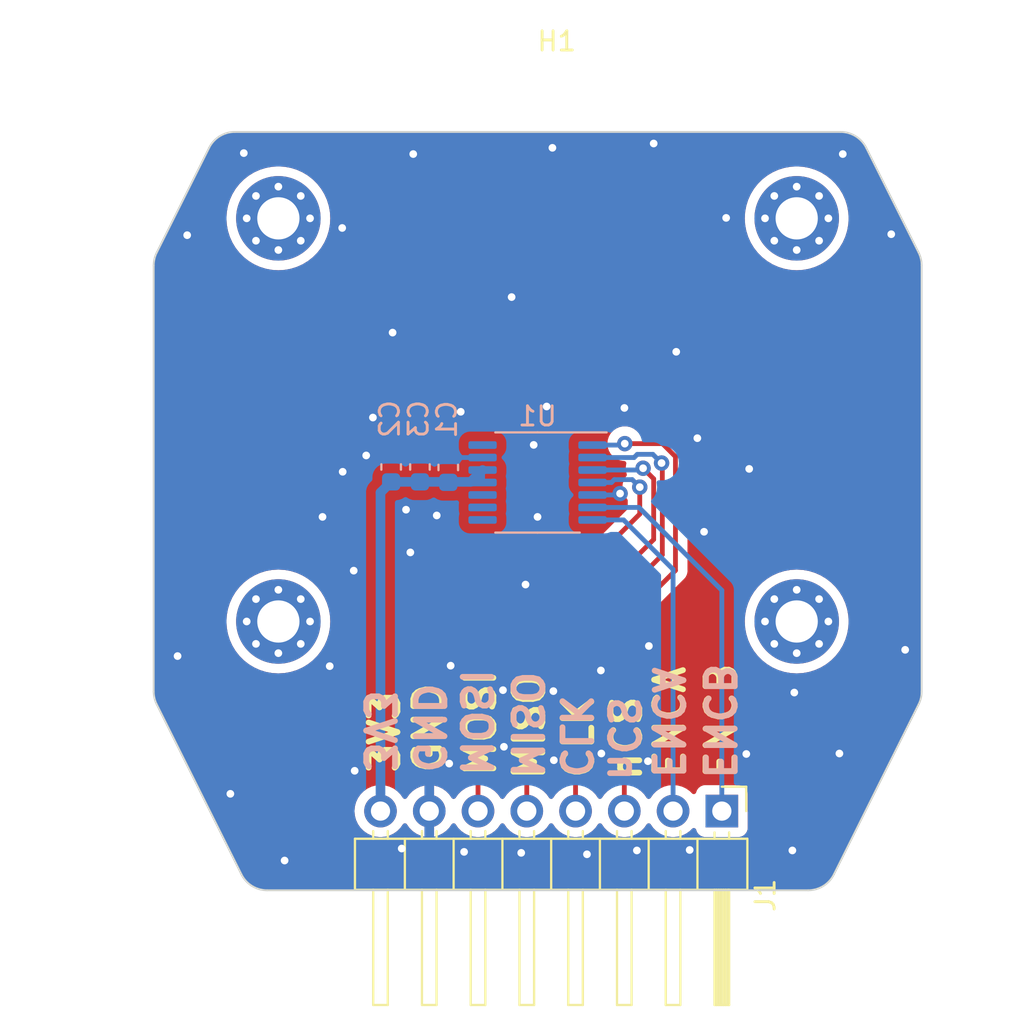
<source format=kicad_pcb>
(kicad_pcb (version 20221018) (generator pcbnew)
  (layers (0 "F.Cu" signal) (31 "B.Cu" signal) (34 "B.Paste" user) (35 "F.Paste" user) (36 "B.SilkS" user "B.Silkscreen") (37 "F.SilkS" user "F.Silkscreen") (38 "B.Mask" user) (39 "F.Mask" user) (44 "Edge.Cuts" user))
  (net 0 "")
  (net 1 "+3V3")
  (net 2 "GND")
  (net 3 "/CHASSIS")
  (net 4 "/ENCA")
  (net 5 "/ENCB")
  (net 10 "/MOSI")
  (net 11 "/MISO")
  (net 12 "/CLK")
  (net 13 "/nCS")
  (footprint "rev-7-footprints:board-def-rev7.2" (layer "F.Cu") (at 100 100)
    (fp_text reference "H1" (at 1 -19.5 unlocked) (layer "F.SilkS"))
    (fp_text value "MountingHole_Pad")
    (fp_line (start -19.992635 14.384011) (end -19.992633 -7.822813) (stroke (width 0.1)) (layer "Edge.Cuts"))
    (fp_line (start -19.835295 15.03887) (end -15.424491 23.891977) (stroke (width 0.1)) (layer "Edge.Cuts"))
    (fp_line (start -19.834268 -8.493638) (end -17.107215 -13.947739) (stroke (width 0.1)) (layer "Edge.Cuts"))
    (fp_line (start 14.096624 24.723071) (end -14.081896 24.723068) (stroke (width 0.1)) (layer "Edge.Cuts"))
    (fp_line (start 15.780323 -14.776917) (end -15.765575 -14.776917) (stroke (width 0.1)) (layer "Edge.Cuts"))
    (fp_line (start 19.849001 -8.493635) (end 17.121949 -13.947736) (stroke (width 0.1)) (layer "Edge.Cuts"))
    (fp_line (start 19.850025 15.038873) (end 15.439218 23.89198) (stroke (width 0.1)) (layer "Edge.Cuts"))
    (fp_line (start 20.007364 14.384014) (end 20.007366 -7.822779) (stroke (width 0.1)) (layer "Edge.Cuts"))
    (fp_arc (start -19.992633 -7.822813) (mid -19.952509 -8.167446) (end -19.834268 -8.493638) (stroke (width 0.1)) (layer "Edge.Cuts"))
    (fp_arc (start -19.835295 15.03887) (mid -19.951189 14.720384) (end -19.992635 14.384011) (stroke (width 0.1)) (layer "Edge.Cuts"))
    (fp_arc (start -17.107215 -13.947739) (mid -16.554183 -14.552913) (end -15.765575 -14.776917) (stroke (width 0.1)) (layer "Edge.Cuts"))
    (fp_arc (start -14.081896 24.723068) (mid -14.871403 24.498486) (end -15.424491 23.891977) (stroke (width 0.1)) (layer "Edge.Cuts"))
    (fp_arc (start 15.439218 23.89198) (mid 14.886125 24.498478) (end 14.096624 24.723071) (stroke (width 0.1)) (layer "Edge.Cuts"))
    (fp_arc (start 15.780309 -14.776914) (mid 16.568918 -14.552897) (end 17.121949 -13.947736) (stroke (width 0.1)) (layer "Edge.Cuts"))
    (fp_arc (start 19.849001 -8.493635) (mid 19.967236 -8.167426) (end 20.007366 -7.822779) (stroke (width 0.1)) (layer "Edge.Cuts"))
    (fp_arc (start 20.007364 14.384014) (mid 19.965932 14.720391) (end 19.850025 15.038873) (stroke (width 0.1)) (layer "Edge.Cuts"))
    (pad "1" thru_hole circle (at -15.15 -10.276921) (size 0.7 0.7) (drill 0.4) (layers "*.Cu" "*.Mask") (net 3 "/CHASSIS"))
    (pad "1" thru_hole circle (at -15.15 10.723079) (size 0.7 0.7) (drill 0.4) (layers "*.Cu" "*.Mask") (net 3 "/CHASSIS"))
    (pad "1" thru_hole circle (at -14.666726 -11.443647) (size 0.7 0.7) (drill 0.4) (layers "*.Cu" "*.Mask") (net 3 "/CHASSIS"))
    (pad "1" thru_hole circle (at -14.666726 -9.110195) (size 0.7 0.7) (drill 0.4) (layers "*.Cu" "*.Mask") (net 3 "/CHASSIS"))
    (pad "1" thru_hole circle (at -14.666726 9.556353) (size 0.7 0.7) (drill 0.4) (layers "*.Cu" "*.Mask") (net 3 "/CHASSIS"))
    (pad "1" thru_hole circle (at -14.666726 11.889805) (size 0.7 0.7) (drill 0.4) (layers "*.Cu" "*.Mask") (net 3 "/CHASSIS"))
    (pad "1" thru_hole circle (at -13.5 -11.926921) (size 0.7 0.7) (drill 0.4) (layers "*.Cu" "*.Mask") (net 3 "/CHASSIS"))
    (pad "1" thru_hole circle (at -13.5 -10.276921) (size 4.4 4.4) (drill 2.2) (layers "*.Cu" "*.Mask") (net 3 "/CHASSIS"))
    (pad "1" thru_hole circle (at -13.5 -8.626921) (size 0.7 0.7) (drill 0.4) (layers "*.Cu" "*.Mask") (net 3 "/CHASSIS"))
    (pad "1" thru_hole circle (at -13.5 9.073079) (size 0.7 0.7) (drill 0.4) (layers "*.Cu" "*.Mask") (net 3 "/CHASSIS"))
    (pad "1" thru_hole circle (at -13.5 10.723079) (size 4.4 4.4) (drill 2.2) (layers "*.Cu" "*.Mask") (net 3 "/CHASSIS"))
    (pad "1" thru_hole circle (at -13.5 12.373079) (size 0.7 0.7) (drill 0.4) (layers "*.Cu" "*.Mask") (net 3 "/CHASSIS"))
    (pad "1" thru_hole circle (at -12.333274 -11.443647) (size 0.7 0.7) (drill 0.4) (layers "*.Cu" "*.Mask") (net 3 "/CHASSIS"))
    (pad "1" thru_hole circle (at -12.333274 -9.110195) (size 0.7 0.7) (drill 0.4) (layers "*.Cu" "*.Mask") (net 3 "/CHASSIS"))
    (pad "1" thru_hole circle (at -12.333274 9.556353) (size 0.7 0.7) (drill 0.4) (layers "*.Cu" "*.Mask") (net 3 "/CHASSIS"))
    (pad "1" thru_hole circle (at -12.333274 11.889805) (size 0.7 0.7) (drill 0.4) (layers "*.Cu" "*.Mask") (net 3 "/CHASSIS"))
    (pad "1" thru_hole circle (at -11.85 -10.276921) (size 0.7 0.7) (drill 0.4) (layers "*.Cu" "*.Mask") (net 3 "/CHASSIS"))
    (pad "1" thru_hole circle (at -11.85 10.723079) (size 0.7 0.7) (drill 0.4) (layers "*.Cu" "*.Mask") (net 3 "/CHASSIS"))
    (pad "1" thru_hole circle (at 11.85 -10.276921) (size 0.7 0.7) (drill 0.4) (layers "*.Cu" "*.Mask") (net 3 "/CHASSIS"))
    (pad "1" thru_hole circle (at 11.85 10.723079) (size 0.7 0.7) (drill 0.4) (layers "*.Cu" "*.Mask") (net 3 "/CHASSIS"))
    (pad "1" thru_hole circle (at 12.333274 -11.443647) (size 0.7 0.7) (drill 0.4) (layers "*.Cu" "*.Mask") (net 3 "/CHASSIS"))
    (pad "1" thru_hole circle (at 12.333274 -9.110195) (size 0.7 0.7) (drill 0.4) (layers "*.Cu" "*.Mask") (net 3 "/CHASSIS"))
    (pad "1" thru_hole circle (at 12.333274 9.556353) (size 0.7 0.7) (drill 0.4) (layers "*.Cu" "*.Mask") (net 3 "/CHASSIS"))
    (pad "1" thru_hole circle (at 12.333274 11.889805) (size 0.7 0.7) (drill 0.4) (layers "*.Cu" "*.Mask") (net 3 "/CHASSIS"))
    (pad "1" thru_hole circle (at 13.5 -11.926921) (size 0.7 0.7) (drill 0.4) (layers "*.Cu" "*.Mask") (net 3 "/CHASSIS"))
    (pad "1" thru_hole circle (at 13.5 -10.276921) (size 4.4 4.4) (drill 2.2) (layers "*.Cu" "*.Mask") (net 3 "/CHASSIS"))
    (pad "1" thru_hole circle (at 13.5 -8.626921) (size 0.7 0.7) (drill 0.4) (layers "*.Cu" "*.Mask") (net 3 "/CHASSIS"))
    (pad "1" thru_hole circle (at 13.5 9.073079) (size 0.7 0.7) (drill 0.4) (layers "*.Cu" "*.Mask") (net 3 "/CHASSIS"))
    (pad "1" thru_hole circle (at 13.5 10.723079) (size 4.4 4.4) (drill 2.2) (layers "*.Cu" "*.Mask") (net 3 "/CHASSIS"))
    (pad "1" thru_hole circle (at 13.5 12.373079) (size 0.7 0.7) (drill 0.4) (layers "*.Cu" "*.Mask") (net 3 "/CHASSIS"))
    (pad "1" thru_hole circle (at 14.666726 -11.443647) (size 0.7 0.7) (drill 0.4) (layers "*.Cu" "*.Mask") (net 3 "/CHASSIS"))
    (pad "1" thru_hole circle (at 14.666726 -9.110195) (size 0.7 0.7) (drill 0.4) (layers "*.Cu" "*.Mask") (net 3 "/CHASSIS"))
    (pad "1" thru_hole circle (at 14.666726 9.556353) (size 0.7 0.7) (drill 0.4) (layers "*.Cu" "*.Mask") (net 3 "/CHASSIS"))
    (pad "1" thru_hole circle (at 14.666726 11.889805) (size 0.7 0.7) (drill 0.4) (layers "*.Cu" "*.Mask") (net 3 "/CHASSIS"))
    (pad "1" thru_hole circle (at 15.15 -10.276921) (size 0.7 0.7) (drill 0.4) (layers "*.Cu" "*.Mask") (net 3 "/CHASSIS"))
    (pad "1" thru_hole circle (at 15.15 10.723079) (size 0.7 0.7) (drill 0.4) (layers "*.Cu" "*.Mask") (net 3 "/CHASSIS"))
  )
  (footprint "Connector_PinHeader_2.54mm:PinHeader_1x08_P2.54mm_Horizontal" (layer "F.Cu") (at 109.6 120.6 -90)
    (fp_text reference "J1" (at 4.385 -2.27 90) (layer "F.SilkS"))
    (fp_text value "Conn_01x08")
    (fp_line (start -1.27 -1.27) (end 0 -1.27) (stroke (width 0.12)) (layer "F.SilkS"))
    (fp_line (start -1.27 0) (end -1.27 -1.27) (stroke (width 0.12)) (layer "F.SilkS"))
    (fp_line (start 1.042929 2.16) (end 1.44 2.16) (stroke (width 0.12)) (layer "F.SilkS"))
    (fp_line (start 1.042929 2.92) (end 1.44 2.92) (stroke (width 0.12)) (layer "F.SilkS"))
    (fp_line (start 1.042929 4.7) (end 1.44 4.7) (stroke (width 0.12)) (layer "F.SilkS"))
    (fp_line (start 1.042929 5.46) (end 1.44 5.46) (stroke (width 0.12)) (layer "F.SilkS"))
    (fp_line (start 1.042929 7.24) (end 1.44 7.24) (stroke (width 0.12)) (layer "F.SilkS"))
    (fp_line (start 1.042929 8) (end 1.44 8) (stroke (width 0.12)) (layer "F.SilkS"))
    (fp_line (start 1.042929 9.78) (end 1.44 9.78) (stroke (width 0.12)) (layer "F.SilkS"))
    (fp_line (start 1.042929 10.54) (end 1.44 10.54) (stroke (width 0.12)) (layer "F.SilkS"))
    (fp_line (start 1.042929 12.32) (end 1.44 12.32) (stroke (width 0.12)) (layer "F.SilkS"))
    (fp_line (start 1.042929 13.08) (end 1.44 13.08) (stroke (width 0.12)) (layer "F.SilkS"))
    (fp_line (start 1.042929 14.86) (end 1.44 14.86) (stroke (width 0.12)) (layer "F.SilkS"))
    (fp_line (start 1.042929 15.62) (end 1.44 15.62) (stroke (width 0.12)) (layer "F.SilkS"))
    (fp_line (start 1.042929 17.4) (end 1.44 17.4) (stroke (width 0.12)) (layer "F.SilkS"))
    (fp_line (start 1.042929 18.16) (end 1.44 18.16) (stroke (width 0.12)) (layer "F.SilkS"))
    (fp_line (start 1.11 -0.38) (end 1.44 -0.38) (stroke (width 0.12)) (layer "F.SilkS"))
    (fp_line (start 1.11 0.38) (end 1.44 0.38) (stroke (width 0.12)) (layer "F.SilkS"))
    (fp_line (start 1.44 -1.33) (end 1.44 19.11) (stroke (width 0.12)) (layer "F.SilkS"))
    (fp_line (start 1.44 1.27) (end 4.1 1.27) (stroke (width 0.12)) (layer "F.SilkS"))
    (fp_line (start 1.44 3.81) (end 4.1 3.81) (stroke (width 0.12)) (layer "F.SilkS"))
    (fp_line (start 1.44 6.35) (end 4.1 6.35) (stroke (width 0.12)) (layer "F.SilkS"))
    (fp_line (start 1.44 8.89) (end 4.1 8.89) (stroke (width 0.12)) (layer "F.SilkS"))
    (fp_line (start 1.44 11.43) (end 4.1 11.43) (stroke (width 0.12)) (layer "F.SilkS"))
    (fp_line (start 1.44 13.97) (end 4.1 13.97) (stroke (width 0.12)) (layer "F.SilkS"))
    (fp_line (start 1.44 16.51) (end 4.1 16.51) (stroke (width 0.12)) (layer "F.SilkS"))
    (fp_line (start 1.44 19.11) (end 4.1 19.11) (stroke (width 0.12)) (layer "F.SilkS"))
    (fp_line (start 4.1 -1.33) (end 1.44 -1.33) (stroke (width 0.12)) (layer "F.SilkS"))
    (fp_line (start 4.1 -0.38) (end 10.1 -0.38) (stroke (width 0.12)) (layer "F.SilkS"))
    (fp_line (start 4.1 -0.32) (end 10.1 -0.32) (stroke (width 0.12)) (layer "F.SilkS"))
    (fp_line (start 4.1 -0.2) (end 10.1 -0.2) (stroke (width 0.12)) (layer "F.SilkS"))
    (fp_line (start 4.1 -0.08) (end 10.1 -0.08) (stroke (width 0.12)) (layer "F.SilkS"))
    (fp_line (start 4.1 0.04) (end 10.1 0.04) (stroke (width 0.12)) (layer "F.SilkS"))
    (fp_line (start 4.1 0.16) (end 10.1 0.16) (stroke (width 0.12)) (layer "F.SilkS"))
    (fp_line (start 4.1 0.28) (end 10.1 0.28) (stroke (width 0.12)) (layer "F.SilkS"))
    (fp_line (start 4.1 2.16) (end 10.1 2.16) (stroke (width 0.12)) (layer "F.SilkS"))
    (fp_line (start 4.1 4.7) (end 10.1 4.7) (stroke (width 0.12)) (layer "F.SilkS"))
    (fp_line (start 4.1 7.24) (end 10.1 7.24) (stroke (width 0.12)) (layer "F.SilkS"))
    (fp_line (start 4.1 9.78) (end 10.1 9.78) (stroke (width 0.12)) (layer "F.SilkS"))
    (fp_line (start 4.1 12.32) (end 10.1 12.32) (stroke (width 0.12)) (layer "F.SilkS"))
    (fp_line (start 4.1 14.86) (end 10.1 14.86) (stroke (width 0.12)) (layer "F.SilkS"))
    (fp_line (start 4.1 17.4) (end 10.1 17.4) (stroke (width 0.12)) (layer "F.SilkS"))
    (fp_line (start 4.1 19.11) (end 4.1 -1.33) (stroke (width 0.12)) (layer "F.SilkS"))
    (fp_line (start 10.1 -0.38) (end 10.1 0.38) (stroke (width 0.12)) (layer "F.SilkS"))
    (fp_line (start 10.1 0.38) (end 4.1 0.38) (stroke (width 0.12)) (layer "F.SilkS"))
    (fp_line (start 10.1 2.16) (end 10.1 2.92) (stroke (width 0.12)) (layer "F.SilkS"))
    (fp_line (start 10.1 2.92) (end 4.1 2.92) (stroke (width 0.12)) (layer "F.SilkS"))
    (fp_line (start 10.1 4.7) (end 10.1 5.46) (stroke (width 0.12)) (layer "F.SilkS"))
    (fp_line (start 10.1 5.46) (end 4.1 5.46) (stroke (width 0.12)) (layer "F.SilkS"))
    (fp_line (start 10.1 7.24) (end 10.1 8) (stroke (width 0.12)) (layer "F.SilkS"))
    (fp_line (start 10.1 8) (end 4.1 8) (stroke (width 0.12)) (layer "F.SilkS"))
    (fp_line (start 10.1 9.78) (end 10.1 10.54) (stroke (width 0.12)) (layer "F.SilkS"))
    (fp_line (start 10.1 10.54) (end 4.1 10.54) (stroke (width 0.12)) (layer "F.SilkS"))
    (fp_line (start 10.1 12.32) (end 10.1 13.08) (stroke (width 0.12)) (layer "F.SilkS"))
    (fp_line (start 10.1 13.08) (end 4.1 13.08) (stroke (width 0.12)) (layer "F.SilkS"))
    (fp_line (start 10.1 14.86) (end 10.1 15.62) (stroke (width 0.12)) (layer "F.SilkS"))
    (fp_line (start 10.1 15.62) (end 4.1 15.62) (stroke (width 0.12)) (layer "F.SilkS"))
    (fp_line (start 10.1 17.4) (end 10.1 18.16) (stroke (width 0.12)) (layer "F.SilkS"))
    (fp_line (start 10.1 18.16) (end 4.1 18.16) (stroke (width 0.12)) (layer "F.SilkS"))
    (pad "1" thru_hole rect (at 0 0 270) (size 1.7 1.7) (drill 1) (layers "*.Cu" "*.Mask") (net 5 "/ENCB"))
    (pad "2" thru_hole oval (at 0 2.54 270) (size 1.7 1.7) (drill 1) (layers "*.Cu" "*.Mask") (net 4 "/ENCA"))
    (pad "3" thru_hole oval (at 0 5.08 270) (size 1.7 1.7) (drill 1) (layers "*.Cu" "*.Mask") (net 13 "/nCS"))
    (pad "4" thru_hole oval (at 0 7.62 270) (size 1.7 1.7) (drill 1) (layers "*.Cu" "*.Mask") (net 12 "/CLK"))
    (pad "5" thru_hole oval (at 0 10.16 270) (size 1.7 1.7) (drill 1) (layers "*.Cu" "*.Mask") (net 11 "/MISO"))
    (pad "6" thru_hole oval (at 0 12.7 270) (size 1.7 1.7) (drill 1) (layers "*.Cu" "*.Mask") (net 10 "/MOSI"))
    (pad "7" thru_hole oval (at 0 15.24 270) (size 1.7 1.7) (drill 1) (layers "*.Cu" "*.Mask") (net 2 "GND"))
    (pad "8" thru_hole oval (at 0 17.78 270) (size 1.7 1.7) (drill 1) (layers "*.Cu" "*.Mask") (net 1 "+3V3"))
  )
  (footprint "Capacitor_SMD:C_0603_1608Metric" (layer "B.Cu") (at 92.375 102.675 90)
    (fp_text reference "C2" (at 2.5 -0.075 90) (layer "B.SilkS") (effects (justify mirror)))
    (fp_text value "4.7u")
    (fp_line (start -0.14058 -0.51) (end 0.14058 -0.51) (stroke (width 0.12)) (layer "B.SilkS"))
    (fp_line (start -0.14058 0.51) (end 0.14058 0.51) (stroke (width 0.12)) (layer "B.SilkS"))
    (pad "1" smd roundrect (at -0.775 0 90) (size 0.9 0.95) (layers "B.Cu" "B.Paste" "B.Mask") (net 1 "+3V3"))
    (pad "2" smd roundrect (at 0.775 0 90) (size 0.9 0.95) (layers "B.Cu" "B.Paste" "B.Mask") (net 2 "GND"))
  )
  (footprint "Capacitor_SMD:C_0603_1608Metric" (layer "B.Cu") (at 95.35 102.7 90)
    (fp_text reference "C1" (at 2.5 -0.075 90) (layer "B.SilkS") (effects (justify mirror)))
    (fp_text value "100n")
    (fp_line (start -0.14058 -0.51) (end 0.14058 -0.51) (stroke (width 0.12)) (layer "B.SilkS"))
    (fp_line (start -0.14058 0.51) (end 0.14058 0.51) (stroke (width 0.12)) (layer "B.SilkS"))
    (pad "1" smd roundrect (at -0.775 0 90) (size 0.9 0.95) (layers "B.Cu" "B.Paste" "B.Mask") (net 1 "+3V3"))
    (pad "2" smd roundrect (at 0.775 0 90) (size 0.9 0.95) (layers "B.Cu" "B.Paste" "B.Mask") (net 2 "GND"))
  )
  (footprint "Package_SO:TSSOP-14_4.4x5mm_P0.65mm" (layer "B.Cu") (at 100 103.483 180)
    (fp_text reference "U1" (at 0 3.45) (layer "B.SilkS") (effects (justify mirror)))
    (fp_text value "AS5047P")
    (fp_line (start 0 -2.61) (end -2.2 -2.61) (stroke (width 0.12)) (layer "B.SilkS"))
    (fp_line (start 0 -2.61) (end 2.2 -2.61) (stroke (width 0.12)) (layer "B.SilkS"))
    (fp_line (start 0 2.61) (end -3.6 2.61) (stroke (width 0.12)) (layer "B.SilkS"))
    (fp_line (start 0 2.61) (end 2.2 2.61) (stroke (width 0.12)) (layer "B.SilkS"))
    (pad "1" smd roundrect (at -2.8625 1.95 180) (size 1.475 0.4) (layers "B.Cu" "B.Paste" "B.Mask") (net 13 "/nCS"))
    (pad "2" smd roundrect (at -2.8625 1.3 180) (size 1.475 0.4) (layers "B.Cu" "B.Paste" "B.Mask") (net 12 "/CLK"))
    (pad "3" smd roundrect (at -2.8625 0.65 180) (size 1.475 0.4) (layers "B.Cu" "B.Paste" "B.Mask") (net 11 "/MISO"))
    (pad "4" smd roundrect (at -2.8625 0 180) (size 1.475 0.4) (layers "B.Cu" "B.Paste" "B.Mask") (net 10 "/MOSI"))
    (pad "5" smd roundrect (at -2.8625 -0.65 180) (size 1.475 0.4) (layers "B.Cu" "B.Paste" "B.Mask") (net 2 "GND"))
    (pad "6" smd roundrect (at -2.8625 -1.3 180) (size 1.475 0.4) (layers "B.Cu" "B.Paste" "B.Mask") (net 5 "/ENCB"))
    (pad "7" smd roundrect (at -2.8625 -1.95 180) (size 1.475 0.4) (layers "B.Cu" "B.Paste" "B.Mask") (net 4 "/ENCA"))
    (pad "8" smd roundrect (at 2.8625 -1.95 180) (size 1.475 0.4) (layers "B.Cu" "B.Paste" "B.Mask"))
    (pad "9" smd roundrect (at 2.8625 -1.3 180) (size 1.475 0.4) (layers "B.Cu" "B.Paste" "B.Mask"))
    (pad "10" smd roundrect (at 2.8625 -0.65 180) (size 1.475 0.4) (layers "B.Cu" "B.Paste" "B.Mask"))
    (pad "11" smd roundrect (at 2.8625 0 180) (size 1.475 0.4) (layers "B.Cu" "B.Paste" "B.Mask") (net 1 "+3V3"))
    (pad "12" smd roundrect (at 2.8625 0.65 180) (size 1.475 0.4) (layers "B.Cu" "B.Paste" "B.Mask") (net 1 "+3V3"))
    (pad "13" smd roundrect (at 2.8625 1.3 180) (size 1.475 0.4) (layers "B.Cu" "B.Paste" "B.Mask") (net 2 "GND"))
    (pad "14" smd roundrect (at 2.8625 1.95 180) (size 1.475 0.4) (layers "B.Cu" "B.Paste" "B.Mask"))
  )
  (footprint "Capacitor_SMD:C_0603_1608Metric" (layer "B.Cu") (at 93.875 102.675 90)
    (fp_text reference "C3" (at 2.5 -0.075 90) (layer "B.SilkS") (effects (justify mirror)))
    (fp_text value "100n")
    (fp_line (start -0.14058 -0.51) (end 0.14058 -0.51) (stroke (width 0.12)) (layer "B.SilkS"))
    (fp_line (start -0.14058 0.51) (end 0.14058 0.51) (stroke (width 0.12)) (layer "B.SilkS"))
    (pad "1" smd roundrect (at -0.775 0 90) (size 0.9 0.95) (layers "B.Cu" "B.Paste" "B.Mask") (net 1 "+3V3"))
    (pad "2" smd roundrect (at 0.775 0 90) (size 0.9 0.95) (layers "B.Cu" "B.Paste" "B.Mask") (net 2 "GND"))
  )
  (gr_text "CLK" (at 101.1 119 -90) (layer "B.SilkS") (effects (font (size 1.5 1.5) (thickness 0.3) bold) (justify left bottom mirror)))
  (gr_text "MISO" (at 98.55 119 -90) (layer "B.SilkS") (effects (font (size 1.5 1.5) (thickness 0.3) bold) (justify left bottom mirror)))
  (gr_text "nCS" (at 103.575 119.175 -90) (layer "B.SilkS") (effects (font (size 1.5 1.5) (thickness 0.3) bold) (justify left bottom mirror)))
  (gr_text "MOSI" (at 95.9 118.875 -90) (layer "B.SilkS") (effects (font (size 1.5 1.5) (thickness 0.3) bold) (justify left bottom mirror)))
  (gr_text "ENCB" (at 108.575 119.075 -90) (layer "B.SilkS") (effects (font (size 1.5 1.5) (thickness 0.3) bold) (justify left bottom mirror)))
  (gr_text "ENCA" (at 105.9 119.05 -90) (layer "B.SilkS") (effects (font (size 1.5 1.5) (thickness 0.3) bold) (justify left bottom mirror)))
  (gr_text "3V3" (at 90.875 118.675 -90) (layer "B.SilkS") (effects (font (size 1.5 1.5) (thickness 0.3) bold) (justify left bottom mirror)))
  (gr_text "GND" (at 93.45 118.75 -90) (layer "B.SilkS") (effects (font (size 1.5 1.5) (thickness 0.3) bold) (justify left bottom mirror)))
  (gr_text "3V3" (at 92.9 118.75 90) (layer "F.SilkS") (effects (font (size 1.5 1.5) (thickness 0.3) bold) (justify left bottom)))
  (gr_text "MOSI" (at 97.9 118.925 90) (layer "F.SilkS") (effects (font (size 1.5 1.5) (thickness 0.3) bold) (justify left bottom)))
  (gr_text "CLK" (at 103 119.025 90) (layer "F.SilkS") (effects (font (size 1.5 1.5) (thickness 0.3) bold) (justify left bottom)))
  (gr_text "GND" (at 95.225 118.75 90) (layer "F.SilkS") (effects (font (size 1.5 1.5) (thickness 0.3) bold) (justify left bottom)))
  (gr_text "ENCA" (at 107.775 119.025 90) (layer "F.SilkS") (effects (font (size 1.5 1.5) (thickness 0.3) bold) (justify left bottom)))
  (gr_text "nCS" (at 105.5 119.15 90) (layer "F.SilkS") (effects (font (size 1.5 1.5) (thickness 0.3) bold) (justify left bottom)))
  (gr_text "ENCB" (at 110.45 119.075 90) (layer "F.SilkS") (effects (font (size 1.5 1.5) (thickness 0.3) bold) (justify left bottom)))
  (gr_text "MISO" (at 100.45 119.1 90) (layer "F.SilkS") (effects (font (size 1.5 1.5) (thickness 0.3) bold) (justify left bottom)))
  (segment (start 92.375 103.45) (end 91.82 104.005) (width 0.5) (layer "B.Cu") (net 1))
  (segment (start 92.375 103.45) (end 96.5205 103.45) (width 0.5) (layer "B.Cu") (net 1))
  (segment (start 97.1375 103.483) (end 97.1375 102.833) (width 0.25) (layer "B.Cu") (net 1))
  (segment (start 91.82 104.005) (end 91.82 120.6) (width 0.5) (layer "B.Cu") (net 1))
  (segment (start 96.5205 103.45) (end 97.1375 102.833) (width 0.5) (layer "B.Cu") (net 1))
  (segment (start 93.15 104.15) (end 91.075 102.075) (width 0.25) (layer "F.Cu") (net 2))
  (segment (start 93.15 104.9) (end 93.15 104.15) (width 0.25) (layer "F.Cu") (net 2))
  (via (at 115.725 117.6) (size 0.8) (drill 0.4) (layers "F.Cu" "B.Cu") (net 2))
  (via (at 108.675 106.05) (size 0.8) (drill 0.4) (layers "F.Cu" "B.Cu") (net 2))
  (via (at 113.275 122.65) (size 0.8) (drill 0.4) (layers "F.Cu" "B.Cu") (net 2))
  (via (at 103.3 113.275) (size 0.8) (drill 0.4) (layers "F.Cu" "B.Cu") (net 2))
  (via (at 99.8 101.525) (size 0.8) (drill 0.4) (layers "F.Cu" "B.Cu") (net 2))
  (via (at 89.85 102.925) (size 0.8) (drill 0.4) (layers "F.Cu" "B.Cu") (net 2))
  (via (at 86.825 123.175) (size 0.8) (drill 0.4) (layers "F.Cu" "B.Cu") (net 2))
  (via (at 91.075 102.075) (size 0.8) (drill 0.4) (layers "F.Cu" "B.Cu") (net 2))
  (via (at 93.15 104.9) (size 0.8) (drill 0.4) (layers "F.Cu" "B.Cu") (net 2))
  (via (at 104.525 99.6) (size 0.8) (drill 0.4) (layers "F.Cu" "B.Cu") (net 2))
  (via (at 107.925 122.625) (size 0.8) (drill 0.4) (layers "F.Cu" "B.Cu") (net 2))
  (via (at 119.15 112.2) (size 0.8) (drill 0.4) (layers "F.Cu" "B.Cu") (net 2))
  (via (at 104.3 104.0585) (size 0.8) (drill 0.4) (layers "F.Cu" "B.Cu") (net 2))
  (via (at 95.475 113.025) (size 0.8) (drill 0.4) (layers "F.Cu" "B.Cu") (net 2))
  (via (at 100.825 114.35) (size 0.8) (drill 0.4) (layers "F.Cu" "B.Cu") (net 2))
  (via (at 96.175 122.725) (size 0.8) (drill 0.4) (layers "F.Cu" "B.Cu") (net 2))
  (via (at 92.925 122.55) (size 0.8) (drill 0.4) (layers "F.Cu" "B.Cu") (net 2))
  (via (at 98.2 114.3) (size 0.8) (drill 0.4) (layers "F.Cu" "B.Cu") (net 2))
  (via (at 84.7 86.325) (size 0.8) (drill 0.4) (layers "F.Cu" "B.Cu") (net 2))
  (via (at 102.575 122.85) (size 0.8) (drill 0.4) (layers "F.Cu" "B.Cu") (net 2))
  (via (at 118.425 90.55) (size 0.8) (drill 0.4) (layers "F.Cu" "B.Cu") (net 2))
  (via (at 110.875 117.625) (size 0.8) (drill 0.4) (layers "F.Cu" "B.Cu") (net 2))
  (via (at 113.375 114.425) (size 0.8) (drill 0.4) (layers "F.Cu" "B.Cu") (net 2))
  (via (at 92.45 95.675) (size 0.8) (drill 0.4) (layers "F.Cu" "B.Cu") (net 2))
  (via (at 90.475 118.5) (size 0.8) (drill 0.4) (layers "F.Cu" "B.Cu") (net 2))
  (via (at 107.225 96.675) (size 0.8) (drill 0.4) (layers "F.Cu" "B.Cu") (net 2))
  (via (at 99.15 122.775) (size 0.8) (drill 0.4) (layers "F.Cu" "B.Cu") (net 2))
  (via (at 88.8 105.275) (size 0.8) (drill 0.4) (layers "F.Cu" "B.Cu") (net 2))
  (via (at 105.75 118) (size 0.8) (drill 0.4) (layers "F.Cu" "B.Cu") (net 2))
  (via (at 105.8 112) (size 0.8) (drill 0.4) (layers "F.Cu" "B.Cu") (net 2))
  (via (at 103.325 117.6) (size 0.8) (drill 0.4) (layers "F.Cu" "B.Cu") (net 2))
  (via (at 99.375 108.8) (size 0.8) (drill 0.4) (layers "F.Cu" "B.Cu") (net 2))
  (via (at 100.475 99.525) (size 0.8) (drill 0.4) (layers "F.Cu" "B.Cu") (net 2))
  (via (at 95.4 118.125) (size 0.8) (drill 0.4) (layers "F.Cu" "B.Cu") (net 2))
  (via (at 109.825 89.7) (size 0.8) (drill 0.4) (layers "F.Cu" "B.Cu") (net 2))
  (via (at 108.325 101.175) (size 0.8) (drill 0.4) (layers "F.Cu" "B.Cu") (net 2))
  (via (at 100 105.275) (size 0.8) (drill 0.4) (layers "F.Cu" "B.Cu") (net 2))
  (via (at 100.85 117.95) (size 0.8) (drill 0.4) (layers "F.Cu" "B.Cu") (net 2))
  (via (at 84 119.7) (size 0.8) (drill 0.4) (layers "F.Cu" "B.Cu") (net 2))
  (via (at 89.175 113.05) (size 0.8) (drill 0.4) (layers "F.Cu" "B.Cu") (net 2))
  (via (at 90.425 108.075) (size 0.8) (drill 0.4) (layers "F.Cu" "B.Cu") (net 2))
  (via (at 89.825 90.225) (size 0.8) (drill 0.4) (layers "F.Cu" "B.Cu") (net 2))
  (via (at 91.425 100.1) (size 0.8) (drill 0.4) (layers "F.Cu" "B.Cu") (net 2))
  (via (at 111.025 102.775) (size 0.8) (drill 0.4) (layers "F.Cu" "B.Cu") (net 2))
  (via (at 94.75 105.2) (size 0.8) (drill 0.4) (layers "F.Cu" "B.Cu") (net 2))
  (via (at 81.25 112.525) (size 0.8) (drill 0.4) (layers "F.Cu" "B.Cu") (net 2))
  (via (at 106.05 85.825) (size 0.8) (drill 0.4) (layers "F.Cu" "B.Cu") (net 2))
  (via (at 81.75 90.6) (size 0.8) (drill 0.4) (layers "F.Cu" "B.Cu") (net 2))
  (via (at 93.525 86.375) (size 0.8) (drill 0.4) (layers "F.Cu" "B.Cu") (net 2))
  (via (at 98.25 117.25) (size 0.8) (drill 0.4) (layers "F.Cu" "B.Cu") (net 2))
  (via (at 93.375 107.125) (size 0.8) (drill 0.4) (layers "F.Cu" "B.Cu") (net 2))
  (via (at 96 99.8) (size 0.8) (drill 0.4) (layers "F.Cu" "B.Cu") (net 2))
  (via (at 115.9 86.375) (size 0.8) (drill 0.4) (layers "F.Cu" "B.Cu") (net 2))
  (via (at 98.65 93.825) (size 0.8) (drill 0.4) (layers "F.Cu" "B.Cu") (net 2))
  (via (at 100.775 86.05) (size 0.8) (drill 0.4) (layers "F.Cu" "B.Cu") (net 2))
  (via (at 105.175 122.65) (size 0.8) (drill 0.4) (layers "F.Cu" "B.Cu") (net 2))
  (segment (start 91.075 102.075) (end 92.2 102.075) (width 0.25) (layer "B.Cu") (net 2))
  (segment (start 94.36 106.11) (end 94.36 120.6) (width 0.25) (layer "B.Cu") (net 2))
  (segment (start 104.2255 104.133) (end 104.3 104.0585) (width 0.25) (layer "B.Cu") (net 2))
  (segment (start 95.608 102.183) (end 95.35 101.925) (width 0.25) (layer "B.Cu") (net 2))
  (segment (start 95.35 101.925) (end 95.325 101.9) (width 0.25) (layer "B.Cu") (net 2))
  (segment (start 95.325 101.9) (end 92.375 101.9) (width 0.25) (layer "B.Cu") (net 2))
  (segment (start 97.1375 102.183) (end 95.608 102.183) (width 0.25) (layer "B.Cu") (net 2))
  (segment (start 102.8625 104.133) (end 104.2255 104.133) (width 0.25) (layer "B.Cu") (net 2))
  (segment (start 93.15 104.9) (end 94.36 106.11) (width 0.25) (layer "B.Cu") (net 2))
  (segment (start 92.2 102.075) (end 92.375 101.9) (width 0.25) (layer "B.Cu") (net 2))
  (segment (start 107.06 108.01) (end 107.06 120.6) (width 0.25) (layer "B.Cu") (net 4))
  (segment (start 102.8625 105.433) (end 104.483 105.433) (width 0.25) (layer "B.Cu") (net 4))
  (segment (start 104.483 105.433) (end 107.06 108.01) (width 0.25) (layer "B.Cu") (net 4))
  (segment (start 109.6 109.1) (end 105.283 104.783) (width 0.25) (layer "B.Cu") (net 5))
  (segment (start 109.6 120.6) (end 109.6 109.1) (width 0.25) (layer "B.Cu") (net 5))
  (segment (start 105.283 104.783) (end 102.8625 104.783) (width 0.25) (layer "B.Cu") (net 5))
  (segment (start 96.9 113.55) (end 96.9 120.6) (width 0.25) (layer "F.Cu") (net 10))
  (segment (start 105.325 105.125) (end 96.9 113.55) (width 0.25) (layer "F.Cu") (net 10))
  (segment (start 105.325 103.725) (end 105.325 105.125) (width 0.25) (layer "F.Cu") (net 10))
  (via (at 105.325 103.725) (size 0.8) (drill 0.4) (layers "F.Cu" "B.Cu") (net 10))
  (segment (start 104.9335 103.3335) (end 105.325 103.725) (width 0.25) (layer "B.Cu") (net 10))
  (segment (start 102.8625 103.483) (end 103.850195 103.483) (width 0.25) (layer "B.Cu") (net 10))
  (segment (start 103.850195 103.483) (end 103.999695 103.3335) (width 0.25) (layer "B.Cu") (net 10))
  (segment (start 103.999695 103.3335) (end 104.9335 103.3335) (width 0.25) (layer "B.Cu") (net 10))
  (segment (start 99.44 113.06) (end 106.05 106.45) (width 0.25) (layer "F.Cu") (net 11))
  (segment (start 106.05 106.45) (end 106.05 103.292611) (width 0.25) (layer "F.Cu") (net 11))
  (segment (start 106.05 103.292611) (end 105.497966 102.740577) (width 0.25) (layer "F.Cu") (net 11))
  (segment (start 99.44 120.6) (end 99.44 113.06) (width 0.25) (layer "F.Cu") (net 11))
  (via (at 105.497966 102.740577) (size 0.8) (drill 0.4) (layers "F.Cu" "B.Cu") (net 11))
  (segment (start 102.8625 102.833) (end 105.405543 102.833) (width 0.25) (layer "B.Cu") (net 11))
  (segment (start 105.405543 102.833) (end 105.497966 102.740577) (width 0.25) (layer "B.Cu") (net 11))
  (segment (start 106.460079 102.469754) (end 106.5 102.509675) (width 0.25) (layer "F.Cu") (net 12))
  (segment (start 101.98 111.77) (end 101.98 120.6) (width 0.25) (layer "F.Cu") (net 12))
  (segment (start 106.5 107.25) (end 101.98 111.77) (width 0.25) (layer "F.Cu") (net 12))
  (segment (start 106.5 102.509675) (end 106.5 107.25) (width 0.25) (layer "F.Cu") (net 12))
  (via (at 106.460079 102.469754) (size 0.8) (drill 0.4) (layers "F.Cu" "B.Cu") (net 12))
  (segment (start 105.197661 102.015577) (end 106.005902 102.015577) (width 0.25) (layer "B.Cu") (net 12))
  (segment (start 106.005902 102.015577) (end 106.460079 102.469754) (width 0.25) (layer "B.Cu") (net 12))
  (segment (start 102.8625 102.183) (end 105.030238 102.183) (width 0.25) (layer "B.Cu") (net 12))
  (segment (start 105.030238 102.183) (end 105.197661 102.015577) (width 0.25) (layer "B.Cu") (net 12))
  (segment (start 104.52 110.73) (end 107.185079 108.064921) (width 0.25) (layer "F.Cu") (net 13))
  (segment (start 104.52 120.6) (end 104.52 110.73) (width 0.25) (layer "F.Cu") (net 13))
  (segment (start 106.5085 101.4585) (end 104.54432 101.4585) (width 0.25) (layer "F.Cu") (net 13))
  (segment (start 107.185079 102.135079) (end 106.5085 101.4585) (width 0.25) (layer "F.Cu") (net 13))
  (segment (start 107.185079 108.064921) (end 107.185079 102.135079) (width 0.25) (layer "F.Cu") (net 13))
  (via (at 104.54432 101.4585) (size 0.8) (drill 0.4) (layers "F.Cu" "B.Cu") (net 13))
  (segment (start 104.46982 101.533) (end 104.54432 101.4585) (width 0.25) (layer "B.Cu") (net 13))
  (segment (start 102.8625 101.533) (end 104.46982 101.533) (width 0.25) (layer "B.Cu") (net 13))
  (zone (net 2) (net_name "GND") (layers "F&B.Cu") (connect_pads thru_hole_only (clearance 0.5)) (min_thickness 0.25) (fill yes (thermal_gap 0.5) (thermal_bridge_width 0.5))
    (polygon (pts (xy 72 78.35) (xy 122.65 78.35) (xy 125.35 81.05) (xy 125.35 127.05) (xy 122.8 129.6) (xy 80.225 129.6) (xy 72 121.375)))
  )
)
</source>
